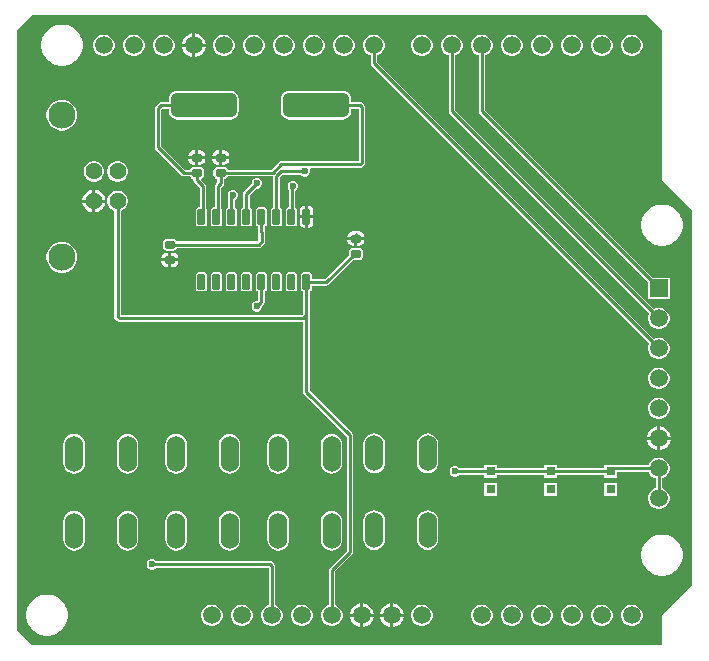
<source format=gtl>
G04*
G04 #@! TF.GenerationSoftware,Altium Limited,Altium Designer,21.6.1 (37)*
G04*
G04 Layer_Physical_Order=1*
G04 Layer_Color=15238730*
%FSLAX44Y44*%
%MOMM*%
G71*
G04*
G04 #@! TF.SameCoordinates,45D27BC1-988F-4E8A-9F01-A3EFFFD16F67*
G04*
G04*
G04 #@! TF.FilePolarity,Positive*
G04*
G01*
G75*
G04:AMPARAMS|DCode=16|XSize=0.7mm|YSize=0.9mm|CornerRadius=0.175mm|HoleSize=0mm|Usage=FLASHONLY|Rotation=270.000|XOffset=0mm|YOffset=0mm|HoleType=Round|Shape=RoundedRectangle|*
%AMROUNDEDRECTD16*
21,1,0.7000,0.5500,0,0,270.0*
21,1,0.3500,0.9000,0,0,270.0*
1,1,0.3500,-0.2750,-0.1750*
1,1,0.3500,-0.2750,0.1750*
1,1,0.3500,0.2750,0.1750*
1,1,0.3500,0.2750,-0.1750*
%
%ADD16ROUNDEDRECTD16*%
%ADD17R,0.8000X0.8000*%
G04:AMPARAMS|DCode=18|XSize=5.6mm|YSize=2.1mm|CornerRadius=0.525mm|HoleSize=0mm|Usage=FLASHONLY|Rotation=0.000|XOffset=0mm|YOffset=0mm|HoleType=Round|Shape=RoundedRectangle|*
%AMROUNDEDRECTD18*
21,1,5.6000,1.0500,0,0,0.0*
21,1,4.5500,2.1000,0,0,0.0*
1,1,1.0500,2.2750,-0.5250*
1,1,1.0500,-2.2750,-0.5250*
1,1,1.0500,-2.2750,0.5250*
1,1,1.0500,2.2750,0.5250*
%
%ADD18ROUNDEDRECTD18*%
G04:AMPARAMS|DCode=19|XSize=1.31mm|YSize=0.62mm|CornerRadius=0.0775mm|HoleSize=0mm|Usage=FLASHONLY|Rotation=270.000|XOffset=0mm|YOffset=0mm|HoleType=Round|Shape=RoundedRectangle|*
%AMROUNDEDRECTD19*
21,1,1.3100,0.4650,0,0,270.0*
21,1,1.1550,0.6200,0,0,270.0*
1,1,0.1550,-0.2325,-0.5775*
1,1,0.1550,-0.2325,0.5775*
1,1,0.1550,0.2325,0.5775*
1,1,0.1550,0.2325,-0.5775*
%
%ADD19ROUNDEDRECTD19*%
%ADD30C,0.2540*%
%ADD31C,1.5000*%
%ADD32C,2.3000*%
%ADD33C,1.4280*%
%ADD34O,1.5240X3.0480*%
%ADD35R,1.5000X1.5000*%
%ADD36C,0.6000*%
G36*
X614680Y520700D02*
Y393700D01*
X640080Y368300D01*
Y50800D01*
X614680Y25400D01*
Y0D01*
X81280D01*
X68580Y12700D01*
Y520700D01*
X81280Y533400D01*
X601980D01*
X614680Y520700D01*
D02*
G37*
%LPC*%
G36*
X108244Y525525D02*
X105116D01*
X104960Y525460D01*
X104795Y525493D01*
X101728Y524883D01*
X101587Y524789D01*
X101418D01*
X98529Y523592D01*
X98410Y523473D01*
X98244Y523440D01*
X95644Y521702D01*
X95550Y521562D01*
X95394Y521497D01*
X93183Y519286D01*
X93118Y519130D01*
X92978Y519036D01*
X91240Y516436D01*
X91207Y516270D01*
X91088Y516151D01*
X89891Y513262D01*
Y513093D01*
X89797Y512952D01*
X89187Y509885D01*
X89220Y509720D01*
X89155Y509563D01*
Y506436D01*
X89220Y506280D01*
X89187Y506115D01*
X89797Y503048D01*
X89891Y502907D01*
Y502738D01*
X91088Y499849D01*
X91207Y499730D01*
X91240Y499564D01*
X92978Y496964D01*
X93118Y496870D01*
X93183Y496714D01*
X95394Y494503D01*
X95550Y494438D01*
X95644Y494297D01*
X98244Y492560D01*
X98410Y492527D01*
X98529Y492408D01*
X101418Y491211D01*
X101587D01*
X101728Y491117D01*
X104795Y490507D01*
X104960Y490540D01*
X105116Y490475D01*
X108244D01*
X108400Y490540D01*
X108565Y490507D01*
X111632Y491117D01*
X111773Y491211D01*
X111942D01*
X114831Y492408D01*
X114950Y492527D01*
X115116Y492560D01*
X117716Y494297D01*
X117810Y494438D01*
X117966Y494503D01*
X120177Y496714D01*
X120242Y496870D01*
X120382Y496964D01*
X122120Y499564D01*
X122153Y499730D01*
X122272Y499849D01*
X123469Y502738D01*
Y502907D01*
X123563Y503048D01*
X124173Y506115D01*
X124140Y506280D01*
X124205Y506436D01*
Y509563D01*
X124140Y509720D01*
X124173Y509885D01*
X123563Y512952D01*
X123469Y513093D01*
Y513262D01*
X122272Y516151D01*
X122153Y516270D01*
X122120Y516436D01*
X120382Y519036D01*
X120242Y519130D01*
X120177Y519286D01*
X117966Y521497D01*
X117810Y521562D01*
X117716Y521702D01*
X115116Y523440D01*
X114950Y523473D01*
X114831Y523592D01*
X111942Y524789D01*
X111773D01*
X111632Y524883D01*
X108565Y525493D01*
X108400Y525460D01*
X108244Y525525D01*
D02*
G37*
G36*
X219762Y518040D02*
X219710D01*
Y509270D01*
X228480D01*
Y509322D01*
X227796Y511875D01*
X226474Y514165D01*
X224605Y516034D01*
X222315Y517356D01*
X219762Y518040D01*
D02*
G37*
G36*
X217170D02*
X217118D01*
X214565Y517356D01*
X212275Y516034D01*
X210406Y514165D01*
X209084Y511875D01*
X208400Y509322D01*
Y509270D01*
X217170D01*
Y518040D01*
D02*
G37*
G36*
X590468Y517024D02*
X588092D01*
X585797Y516409D01*
X583739Y515221D01*
X582059Y513541D01*
X580871Y511483D01*
X580256Y509188D01*
Y506812D01*
X580871Y504517D01*
X582059Y502459D01*
X583739Y500779D01*
X585797Y499591D01*
X588092Y498976D01*
X590468D01*
X592763Y499591D01*
X594821Y500779D01*
X596501Y502459D01*
X597689Y504517D01*
X598304Y506812D01*
Y509188D01*
X597689Y511483D01*
X596501Y513541D01*
X594821Y515221D01*
X592763Y516409D01*
X590468Y517024D01*
D02*
G37*
G36*
X565068D02*
X562692D01*
X560397Y516409D01*
X558339Y515221D01*
X556659Y513541D01*
X555471Y511483D01*
X554856Y509188D01*
Y506812D01*
X555471Y504517D01*
X556659Y502459D01*
X558339Y500779D01*
X560397Y499591D01*
X562692Y498976D01*
X565068D01*
X567363Y499591D01*
X569421Y500779D01*
X571101Y502459D01*
X572289Y504517D01*
X572904Y506812D01*
Y509188D01*
X572289Y511483D01*
X571101Y513541D01*
X569421Y515221D01*
X567363Y516409D01*
X565068Y517024D01*
D02*
G37*
G36*
X539668D02*
X537292D01*
X534997Y516409D01*
X532939Y515221D01*
X531259Y513541D01*
X530071Y511483D01*
X529456Y509188D01*
Y506812D01*
X530071Y504517D01*
X531259Y502459D01*
X532939Y500779D01*
X534997Y499591D01*
X537292Y498976D01*
X539668D01*
X541963Y499591D01*
X544021Y500779D01*
X545701Y502459D01*
X546889Y504517D01*
X547504Y506812D01*
Y509188D01*
X546889Y511483D01*
X545701Y513541D01*
X544021Y515221D01*
X541963Y516409D01*
X539668Y517024D01*
D02*
G37*
G36*
X514268D02*
X511892D01*
X509597Y516409D01*
X507539Y515221D01*
X505859Y513541D01*
X504671Y511483D01*
X504056Y509188D01*
Y506812D01*
X504671Y504517D01*
X505859Y502459D01*
X507539Y500779D01*
X509597Y499591D01*
X511892Y498976D01*
X514268D01*
X516563Y499591D01*
X518621Y500779D01*
X520301Y502459D01*
X521489Y504517D01*
X522104Y506812D01*
Y509188D01*
X521489Y511483D01*
X520301Y513541D01*
X518621Y515221D01*
X516563Y516409D01*
X514268Y517024D01*
D02*
G37*
G36*
X488868D02*
X486492D01*
X484197Y516409D01*
X482139Y515221D01*
X480459Y513541D01*
X479271Y511483D01*
X478656Y509188D01*
Y506812D01*
X479271Y504517D01*
X480459Y502459D01*
X482139Y500779D01*
X484197Y499591D01*
X486492Y498976D01*
X488868D01*
X491163Y499591D01*
X493221Y500779D01*
X494901Y502459D01*
X496089Y504517D01*
X496704Y506812D01*
Y509188D01*
X496089Y511483D01*
X494901Y513541D01*
X493221Y515221D01*
X491163Y516409D01*
X488868Y517024D01*
D02*
G37*
G36*
X412668D02*
X410292D01*
X407997Y516409D01*
X405939Y515221D01*
X404259Y513541D01*
X403071Y511483D01*
X402456Y509188D01*
Y506812D01*
X403071Y504517D01*
X404259Y502459D01*
X405939Y500779D01*
X407997Y499591D01*
X410292Y498976D01*
X412668D01*
X414963Y499591D01*
X417021Y500779D01*
X418701Y502459D01*
X419889Y504517D01*
X420504Y506812D01*
Y509188D01*
X419889Y511483D01*
X418701Y513541D01*
X417021Y515221D01*
X414963Y516409D01*
X412668Y517024D01*
D02*
G37*
G36*
X346628D02*
X344252D01*
X341957Y516409D01*
X339899Y515221D01*
X338219Y513541D01*
X337031Y511483D01*
X336416Y509188D01*
Y506812D01*
X337031Y504517D01*
X338219Y502459D01*
X339899Y500779D01*
X341957Y499591D01*
X344252Y498976D01*
X346628D01*
X348923Y499591D01*
X350981Y500779D01*
X352661Y502459D01*
X353849Y504517D01*
X354464Y506812D01*
Y509188D01*
X353849Y511483D01*
X352661Y513541D01*
X350981Y515221D01*
X348923Y516409D01*
X346628Y517024D01*
D02*
G37*
G36*
X321228D02*
X318852D01*
X316557Y516409D01*
X314499Y515221D01*
X312819Y513541D01*
X311631Y511483D01*
X311016Y509188D01*
Y506812D01*
X311631Y504517D01*
X312819Y502459D01*
X314499Y500779D01*
X316557Y499591D01*
X318852Y498976D01*
X321228D01*
X323523Y499591D01*
X325581Y500779D01*
X327261Y502459D01*
X328449Y504517D01*
X329064Y506812D01*
Y509188D01*
X328449Y511483D01*
X327261Y513541D01*
X325581Y515221D01*
X323523Y516409D01*
X321228Y517024D01*
D02*
G37*
G36*
X295828D02*
X293452D01*
X291157Y516409D01*
X289099Y515221D01*
X287419Y513541D01*
X286231Y511483D01*
X285616Y509188D01*
Y506812D01*
X286231Y504517D01*
X287419Y502459D01*
X289099Y500779D01*
X291157Y499591D01*
X293452Y498976D01*
X295828D01*
X298123Y499591D01*
X300181Y500779D01*
X301861Y502459D01*
X303049Y504517D01*
X303664Y506812D01*
Y509188D01*
X303049Y511483D01*
X301861Y513541D01*
X300181Y515221D01*
X298123Y516409D01*
X295828Y517024D01*
D02*
G37*
G36*
X270428D02*
X268052D01*
X265757Y516409D01*
X263699Y515221D01*
X262019Y513541D01*
X260831Y511483D01*
X260216Y509188D01*
Y506812D01*
X260831Y504517D01*
X262019Y502459D01*
X263699Y500779D01*
X265757Y499591D01*
X268052Y498976D01*
X270428D01*
X272723Y499591D01*
X274781Y500779D01*
X276461Y502459D01*
X277649Y504517D01*
X278264Y506812D01*
Y509188D01*
X277649Y511483D01*
X276461Y513541D01*
X274781Y515221D01*
X272723Y516409D01*
X270428Y517024D01*
D02*
G37*
G36*
X245028D02*
X242652D01*
X240357Y516409D01*
X238299Y515221D01*
X236619Y513541D01*
X235431Y511483D01*
X234816Y509188D01*
Y506812D01*
X235431Y504517D01*
X236619Y502459D01*
X238299Y500779D01*
X240357Y499591D01*
X242652Y498976D01*
X245028D01*
X247323Y499591D01*
X249381Y500779D01*
X251061Y502459D01*
X252249Y504517D01*
X252864Y506812D01*
Y509188D01*
X252249Y511483D01*
X251061Y513541D01*
X249381Y515221D01*
X247323Y516409D01*
X245028Y517024D01*
D02*
G37*
G36*
X194228D02*
X191852D01*
X189557Y516409D01*
X187499Y515221D01*
X185819Y513541D01*
X184631Y511483D01*
X184016Y509188D01*
Y506812D01*
X184631Y504517D01*
X185819Y502459D01*
X187499Y500779D01*
X189557Y499591D01*
X191852Y498976D01*
X194228D01*
X196523Y499591D01*
X198581Y500779D01*
X200261Y502459D01*
X201449Y504517D01*
X202064Y506812D01*
Y509188D01*
X201449Y511483D01*
X200261Y513541D01*
X198581Y515221D01*
X196523Y516409D01*
X194228Y517024D01*
D02*
G37*
G36*
X168828D02*
X166452D01*
X164157Y516409D01*
X162099Y515221D01*
X160419Y513541D01*
X159231Y511483D01*
X158616Y509188D01*
Y506812D01*
X159231Y504517D01*
X160419Y502459D01*
X162099Y500779D01*
X164157Y499591D01*
X166452Y498976D01*
X168828D01*
X171123Y499591D01*
X173181Y500779D01*
X174861Y502459D01*
X176049Y504517D01*
X176664Y506812D01*
Y509188D01*
X176049Y511483D01*
X174861Y513541D01*
X173181Y515221D01*
X171123Y516409D01*
X168828Y517024D01*
D02*
G37*
G36*
X143428D02*
X141052D01*
X138757Y516409D01*
X136699Y515221D01*
X135019Y513541D01*
X133831Y511483D01*
X133216Y509188D01*
Y506812D01*
X133831Y504517D01*
X135019Y502459D01*
X136699Y500779D01*
X138757Y499591D01*
X141052Y498976D01*
X143428D01*
X145723Y499591D01*
X147781Y500779D01*
X149461Y502459D01*
X150649Y504517D01*
X151264Y506812D01*
Y509188D01*
X150649Y511483D01*
X149461Y513541D01*
X147781Y515221D01*
X145723Y516409D01*
X143428Y517024D01*
D02*
G37*
G36*
X228480Y506730D02*
X219710D01*
Y497960D01*
X219762D01*
X222315Y498644D01*
X224605Y499966D01*
X226474Y501835D01*
X227796Y504125D01*
X228480Y506678D01*
Y506730D01*
D02*
G37*
G36*
X217170D02*
X208400D01*
Y506678D01*
X209084Y504125D01*
X210406Y501835D01*
X212275Y499966D01*
X214565Y498644D01*
X217118Y497960D01*
X217170D01*
Y506730D01*
D02*
G37*
G36*
X249570Y469282D02*
X204070D01*
X202302Y469050D01*
X200654Y468367D01*
X199239Y467281D01*
X198153Y465866D01*
X197470Y464218D01*
X197238Y462450D01*
Y460049D01*
X190500D01*
X189410Y459832D01*
X188486Y459214D01*
X188486Y459214D01*
X185946Y456674D01*
X185328Y455750D01*
X185111Y454660D01*
X185111Y454660D01*
Y421640D01*
X185111Y421640D01*
X185328Y420550D01*
X185946Y419626D01*
X207686Y397886D01*
X207686Y397886D01*
X208610Y397268D01*
X209700Y397051D01*
X209700Y397051D01*
X214934D01*
X214970Y396873D01*
X215694Y395790D01*
X216777Y395066D01*
X217349Y394952D01*
X217955Y393876D01*
X218172Y392786D01*
X218790Y391862D01*
X223211Y387440D01*
Y370899D01*
X222465D01*
X221568Y370721D01*
X220807Y370213D01*
X220299Y369452D01*
X220121Y368555D01*
Y357005D01*
X220299Y356108D01*
X220807Y355348D01*
X221568Y354839D01*
X222465Y354661D01*
X227115D01*
X228012Y354839D01*
X228773Y355348D01*
X229281Y356108D01*
X229459Y357005D01*
Y368555D01*
X229281Y369452D01*
X228909Y370009D01*
Y388620D01*
X228692Y389710D01*
X228074Y390634D01*
X228074Y390634D01*
X224838Y393871D01*
X225196Y395309D01*
X225914Y395790D01*
X226638Y396873D01*
X226892Y398150D01*
Y401650D01*
X226638Y402927D01*
X225914Y404010D01*
X224831Y404734D01*
X223554Y404988D01*
X218054D01*
X216777Y404734D01*
X215694Y404010D01*
X214970Y402927D01*
X214934Y402749D01*
X210880D01*
X190809Y422820D01*
Y453480D01*
X191680Y454351D01*
X197238D01*
Y451950D01*
X197470Y450182D01*
X198153Y448534D01*
X199239Y447119D01*
X200654Y446033D01*
X202302Y445350D01*
X204070Y445118D01*
X249570D01*
X251338Y445350D01*
X252986Y446033D01*
X254401Y447119D01*
X255487Y448534D01*
X256170Y450182D01*
X256402Y451950D01*
Y462450D01*
X256170Y464218D01*
X255487Y465866D01*
X254401Y467281D01*
X252986Y468367D01*
X251338Y469050D01*
X249570Y469282D01*
D02*
G37*
G36*
X108395Y461844D02*
X104965D01*
X101653Y460956D01*
X98683Y459242D01*
X96258Y456817D01*
X94544Y453847D01*
X93656Y450535D01*
Y447105D01*
X94544Y443793D01*
X96258Y440823D01*
X98683Y438398D01*
X101653Y436684D01*
X104965Y435796D01*
X108395D01*
X111707Y436684D01*
X114677Y438398D01*
X117102Y440823D01*
X118816Y443793D01*
X119704Y447105D01*
Y450535D01*
X118816Y453847D01*
X117102Y456817D01*
X114677Y459242D01*
X111707Y460956D01*
X108395Y461844D01*
D02*
G37*
G36*
X243874Y419024D02*
X242394D01*
Y414170D01*
X248248D01*
Y414650D01*
X247915Y416324D01*
X246967Y417743D01*
X245548Y418691D01*
X243874Y419024D01*
D02*
G37*
G36*
X223554D02*
X222074D01*
Y414170D01*
X227928D01*
Y414650D01*
X227595Y416324D01*
X226647Y417743D01*
X225228Y418691D01*
X223554Y419024D01*
D02*
G37*
G36*
X239854D02*
X238374D01*
X236700Y418691D01*
X235281Y417743D01*
X234333Y416324D01*
X234000Y414650D01*
Y414170D01*
X239854D01*
Y419024D01*
D02*
G37*
G36*
X219534D02*
X218054D01*
X216380Y418691D01*
X214961Y417743D01*
X214013Y416324D01*
X213680Y414650D01*
Y414170D01*
X219534D01*
Y419024D01*
D02*
G37*
G36*
X248248Y411630D02*
X242394D01*
Y406776D01*
X243874D01*
X245548Y407109D01*
X246967Y408057D01*
X247915Y409476D01*
X248248Y411150D01*
Y411630D01*
D02*
G37*
G36*
X239854D02*
X234000D01*
Y411150D01*
X234333Y409476D01*
X235281Y408057D01*
X236700Y407109D01*
X238374Y406776D01*
X239854D01*
Y411630D01*
D02*
G37*
G36*
X227928D02*
X222074D01*
Y406776D01*
X223554D01*
X225228Y407109D01*
X226647Y408057D01*
X227595Y409476D01*
X227928Y411150D01*
Y411630D01*
D02*
G37*
G36*
X219534D02*
X213680D01*
Y411150D01*
X214013Y409476D01*
X214961Y408057D01*
X216380Y407109D01*
X218054Y406776D01*
X219534D01*
Y411630D01*
D02*
G37*
G36*
X344570Y469282D02*
X299070D01*
X297302Y469050D01*
X295654Y468367D01*
X294239Y467281D01*
X293153Y465866D01*
X292470Y464218D01*
X292238Y462450D01*
Y451950D01*
X292470Y450182D01*
X293153Y448534D01*
X294239Y447119D01*
X295654Y446033D01*
X297302Y445350D01*
X299070Y445118D01*
X344570D01*
X346338Y445350D01*
X347986Y446033D01*
X349401Y447119D01*
X350487Y448534D01*
X351170Y450182D01*
X351402Y451950D01*
Y454351D01*
X357831D01*
Y409963D01*
X292365D01*
X291274Y409746D01*
X290350Y409128D01*
X290350Y409128D01*
X283971Y402749D01*
X246994D01*
X246958Y402927D01*
X246234Y404010D01*
X245151Y404734D01*
X243874Y404988D01*
X238374D01*
X237097Y404734D01*
X236014Y404010D01*
X235290Y402927D01*
X235036Y401650D01*
Y398150D01*
X235290Y396873D01*
X236014Y395790D01*
X237097Y395066D01*
X238275Y394832D01*
Y392164D01*
X236746Y390634D01*
X236128Y389710D01*
X235911Y388620D01*
X235911Y388620D01*
Y370899D01*
X235165D01*
X234268Y370721D01*
X233507Y370213D01*
X232999Y369452D01*
X232821Y368555D01*
Y357005D01*
X232999Y356108D01*
X233507Y355348D01*
X234268Y354839D01*
X235165Y354661D01*
X239815D01*
X240712Y354839D01*
X241472Y355348D01*
X241981Y356108D01*
X242159Y357005D01*
Y368555D01*
X241981Y369452D01*
X241609Y370009D01*
Y387440D01*
X243138Y388970D01*
X243138Y388970D01*
X243756Y389894D01*
X243973Y390984D01*
X243973Y390984D01*
Y394832D01*
X245151Y395066D01*
X246234Y395790D01*
X246958Y396873D01*
X246994Y397051D01*
X285150D01*
X285151Y397051D01*
X285441Y396813D01*
Y370795D01*
X285068Y370721D01*
X284307Y370213D01*
X283799Y369452D01*
X283621Y368555D01*
Y357005D01*
X283799Y356108D01*
X284307Y355348D01*
X285068Y354839D01*
X285965Y354661D01*
X290615D01*
X291512Y354839D01*
X292272Y355348D01*
X292781Y356108D01*
X292959Y357005D01*
Y368555D01*
X292781Y369452D01*
X292272Y370213D01*
X291512Y370721D01*
X291139Y370795D01*
Y396112D01*
X293498Y398471D01*
X308871D01*
X309857Y397485D01*
X311520Y396796D01*
X313320D01*
X314983Y397485D01*
X316255Y398757D01*
X316944Y400420D01*
Y402220D01*
X316623Y402995D01*
X317471Y404265D01*
X359192D01*
X359192Y404265D01*
X360282Y404482D01*
X361207Y405100D01*
X362694Y406587D01*
X362694Y406587D01*
X363312Y407512D01*
X363529Y408602D01*
Y455712D01*
X363312Y456802D01*
X362694Y457727D01*
X362694Y457727D01*
X361207Y459214D01*
X360282Y459832D01*
X359192Y460049D01*
X359192Y460049D01*
X351402D01*
Y462450D01*
X351170Y464218D01*
X350487Y465866D01*
X349401Y467281D01*
X347986Y468367D01*
X346338Y469050D01*
X344570Y469282D01*
D02*
G37*
G36*
X154921Y409784D02*
X152639D01*
X150436Y409193D01*
X148460Y408053D01*
X146847Y406440D01*
X145707Y404464D01*
X145116Y402261D01*
Y399979D01*
X145707Y397776D01*
X146847Y395800D01*
X148460Y394187D01*
X150436Y393046D01*
X152639Y392456D01*
X154921D01*
X157124Y393046D01*
X159100Y394187D01*
X160713Y395800D01*
X161854Y397776D01*
X162444Y399979D01*
Y402261D01*
X161854Y404464D01*
X160713Y406440D01*
X159100Y408053D01*
X157124Y409193D01*
X154921Y409784D01*
D02*
G37*
G36*
X134921D02*
X132639D01*
X130436Y409193D01*
X128460Y408053D01*
X126847Y406440D01*
X125707Y404464D01*
X125116Y402261D01*
Y399979D01*
X125707Y397776D01*
X126847Y395800D01*
X128460Y394187D01*
X130436Y393046D01*
X132639Y392456D01*
X134921D01*
X137124Y393046D01*
X139100Y394187D01*
X140713Y395800D01*
X141854Y397776D01*
X142444Y399979D01*
Y402261D01*
X141854Y404464D01*
X140713Y406440D01*
X139100Y408053D01*
X137124Y409193D01*
X134921Y409784D01*
D02*
G37*
G36*
X135054Y385800D02*
X135050D01*
Y377390D01*
X143460D01*
Y377394D01*
X142800Y379856D01*
X141526Y382064D01*
X139724Y383866D01*
X137516Y385140D01*
X135054Y385800D01*
D02*
G37*
G36*
X132510D02*
X132506D01*
X130044Y385140D01*
X127836Y383866D01*
X126034Y382064D01*
X124760Y379856D01*
X124100Y377394D01*
Y377390D01*
X132510D01*
Y385800D01*
D02*
G37*
G36*
X616244Y373125D02*
X613116D01*
X612960Y373060D01*
X612795Y373093D01*
X609728Y372483D01*
X609587Y372389D01*
X609418D01*
X606529Y371192D01*
X606410Y371073D01*
X606244Y371040D01*
X603644Y369302D01*
X603550Y369162D01*
X603394Y369097D01*
X601183Y366886D01*
X601118Y366730D01*
X600978Y366636D01*
X599240Y364036D01*
X599207Y363870D01*
X599088Y363751D01*
X597891Y360862D01*
Y360693D01*
X597797Y360552D01*
X597187Y357485D01*
X597220Y357320D01*
X597155Y357164D01*
Y354036D01*
X597220Y353880D01*
X597187Y353715D01*
X597797Y350648D01*
X597891Y350507D01*
Y350338D01*
X599088Y347449D01*
X599207Y347330D01*
X599240Y347164D01*
X600978Y344564D01*
X601118Y344470D01*
X601183Y344314D01*
X603394Y342103D01*
X603550Y342038D01*
X603644Y341898D01*
X606244Y340160D01*
X606410Y340127D01*
X606529Y340008D01*
X609418Y338811D01*
X609587D01*
X609728Y338717D01*
X612795Y338107D01*
X612960Y338140D01*
X613116Y338075D01*
X616244D01*
X616400Y338140D01*
X616565Y338107D01*
X619632Y338717D01*
X619773Y338811D01*
X619942D01*
X622831Y340008D01*
X622950Y340127D01*
X623116Y340160D01*
X625716Y341898D01*
X625810Y342038D01*
X625966Y342103D01*
X628177Y344314D01*
X628242Y344470D01*
X628382Y344564D01*
X630120Y347164D01*
X630153Y347330D01*
X630272Y347449D01*
X631469Y350338D01*
Y350507D01*
X631563Y350648D01*
X632173Y353715D01*
X632140Y353880D01*
X632205Y354036D01*
Y357164D01*
X632140Y357320D01*
X632173Y357485D01*
X631563Y360552D01*
X631469Y360693D01*
Y360862D01*
X630272Y363751D01*
X630153Y363870D01*
X630120Y364036D01*
X628382Y366636D01*
X628242Y366730D01*
X628177Y366886D01*
X625966Y369097D01*
X625810Y369162D01*
X625716Y369302D01*
X623116Y371040D01*
X622950Y371073D01*
X622831Y371192D01*
X619942Y372389D01*
X619773D01*
X619632Y372483D01*
X616565Y373093D01*
X616400Y373060D01*
X616244Y373125D01*
D02*
G37*
G36*
X143460Y374850D02*
X135050D01*
Y366440D01*
X135054D01*
X137516Y367100D01*
X139724Y368374D01*
X141526Y370176D01*
X142800Y372384D01*
X143460Y374846D01*
Y374850D01*
D02*
G37*
G36*
X132510D02*
X124100D01*
Y374846D01*
X124760Y372384D01*
X126034Y370176D01*
X127836Y368374D01*
X130044Y367100D01*
X132506Y366440D01*
X132510D01*
Y374850D01*
D02*
G37*
G36*
X316015Y371935D02*
X314960D01*
Y364050D01*
X319395D01*
Y368555D01*
X319138Y369848D01*
X318405Y370945D01*
X317308Y371678D01*
X316015Y371935D01*
D02*
G37*
G36*
X312420D02*
X311365D01*
X310072Y371678D01*
X308975Y370945D01*
X308242Y369848D01*
X307985Y368555D01*
Y364050D01*
X312420D01*
Y371935D01*
D02*
G37*
G36*
X303160Y393144D02*
X301360D01*
X299697Y392455D01*
X298425Y391183D01*
X297736Y389520D01*
Y387720D01*
X298425Y386057D01*
X298776Y385706D01*
Y370899D01*
X298665D01*
X297768Y370721D01*
X297008Y370213D01*
X296499Y369452D01*
X296321Y368555D01*
Y357005D01*
X296499Y356108D01*
X297008Y355348D01*
X297768Y354839D01*
X298665Y354661D01*
X303315D01*
X304212Y354839D01*
X304972Y355348D01*
X305481Y356108D01*
X305659Y357005D01*
Y368555D01*
X305481Y369452D01*
X304972Y370213D01*
X304474Y370546D01*
Y384640D01*
X304823Y384785D01*
X306095Y386057D01*
X306784Y387720D01*
Y389520D01*
X306095Y391183D01*
X304823Y392455D01*
X303160Y393144D01*
D02*
G37*
G36*
X272680Y395684D02*
X270880D01*
X269217Y394995D01*
X267945Y393723D01*
X267256Y392060D01*
Y390665D01*
X260876Y384284D01*
X260258Y383360D01*
X260041Y382270D01*
X260041Y382270D01*
Y370795D01*
X259668Y370721D01*
X258908Y370213D01*
X258399Y369452D01*
X258221Y368555D01*
Y357005D01*
X258399Y356108D01*
X258908Y355348D01*
X259668Y354839D01*
X260565Y354661D01*
X265215D01*
X266112Y354839D01*
X266873Y355348D01*
X267381Y356108D01*
X267559Y357005D01*
Y368555D01*
X267381Y369452D01*
X266873Y370213D01*
X266112Y370721D01*
X265739Y370795D01*
Y381090D01*
X271285Y386636D01*
X272680D01*
X274343Y387325D01*
X275615Y388597D01*
X276304Y390260D01*
Y392060D01*
X275615Y393723D01*
X274343Y394995D01*
X272680Y395684D01*
D02*
G37*
G36*
X252360Y385524D02*
X250560D01*
X248897Y384835D01*
X247625Y383563D01*
X246936Y381900D01*
Y380100D01*
X247385Y379015D01*
X247341Y378794D01*
X247341Y378794D01*
Y370795D01*
X246968Y370721D01*
X246208Y370213D01*
X245699Y369452D01*
X245521Y368555D01*
Y357005D01*
X245699Y356108D01*
X246208Y355348D01*
X246968Y354839D01*
X247865Y354661D01*
X252515D01*
X253412Y354839D01*
X254172Y355348D01*
X254681Y356108D01*
X254859Y357005D01*
Y368555D01*
X254681Y369452D01*
X254172Y370213D01*
X253412Y370721D01*
X253039Y370795D01*
Y376757D01*
X254023Y377165D01*
X255295Y378437D01*
X255984Y380100D01*
Y381900D01*
X255295Y383563D01*
X254023Y384835D01*
X252360Y385524D01*
D02*
G37*
G36*
X319395Y361510D02*
X314960D01*
Y353625D01*
X316015D01*
X317308Y353882D01*
X318405Y354615D01*
X319138Y355712D01*
X319395Y357005D01*
Y361510D01*
D02*
G37*
G36*
X312420D02*
X307985D01*
Y357005D01*
X308242Y355712D01*
X308975Y354615D01*
X310072Y353882D01*
X311365Y353625D01*
X312420D01*
Y361510D01*
D02*
G37*
G36*
X355600Y350829D02*
X354510Y350612D01*
X354258Y350444D01*
X352850D01*
X351176Y350111D01*
X349757Y349163D01*
X348809Y347744D01*
X348476Y346070D01*
Y345590D01*
X355600D01*
X362724D01*
Y346070D01*
X362391Y347744D01*
X361443Y349163D01*
X360024Y350111D01*
X358350Y350444D01*
X356941D01*
X356690Y350612D01*
X355600Y350829D01*
D02*
G37*
G36*
X277915Y370899D02*
X273265D01*
X272368Y370721D01*
X271607Y370213D01*
X271099Y369452D01*
X270921Y368555D01*
Y357005D01*
X271099Y356108D01*
X271607Y355348D01*
X272368Y354839D01*
X272741Y354765D01*
Y349783D01*
X272741Y349783D01*
X272958Y348693D01*
X272959Y348691D01*
Y343028D01*
X272020Y342089D01*
X203990D01*
X203954Y342267D01*
X203230Y343350D01*
X202147Y344074D01*
X200870Y344328D01*
X195370D01*
X194093Y344074D01*
X193010Y343350D01*
X192286Y342267D01*
X192032Y340990D01*
Y337490D01*
X192286Y336213D01*
X193010Y335130D01*
X194093Y334406D01*
X195370Y334152D01*
X200870D01*
X202147Y334406D01*
X203230Y335130D01*
X203954Y336213D01*
X203990Y336391D01*
X273200D01*
X273200Y336391D01*
X274290Y336608D01*
X275214Y337226D01*
X277822Y339833D01*
X277822Y339833D01*
X278440Y340758D01*
X278657Y341848D01*
X278657Y341848D01*
Y349565D01*
X278657Y349565D01*
X278440Y350655D01*
X278439Y350657D01*
Y354765D01*
X278812Y354839D01*
X279573Y355348D01*
X280081Y356108D01*
X280259Y357005D01*
Y368555D01*
X280081Y369452D01*
X279573Y370213D01*
X278812Y370721D01*
X277915Y370899D01*
D02*
G37*
G36*
X362724Y343050D02*
X356870D01*
Y338196D01*
X358350D01*
X360024Y338529D01*
X361443Y339477D01*
X362391Y340896D01*
X362724Y342570D01*
Y343050D01*
D02*
G37*
G36*
X354330D02*
X348476D01*
Y342570D01*
X348809Y340896D01*
X349757Y339477D01*
X351176Y338529D01*
X352850Y338196D01*
X354330D01*
Y343050D01*
D02*
G37*
G36*
X200870Y332364D02*
X199390D01*
Y327510D01*
X205244D01*
Y327990D01*
X204911Y329664D01*
X203963Y331083D01*
X202544Y332031D01*
X200870Y332364D01*
D02*
G37*
G36*
X196850D02*
X195370D01*
X193696Y332031D01*
X192277Y331083D01*
X191329Y329664D01*
X190996Y327990D01*
Y327510D01*
X196850D01*
Y332364D01*
D02*
G37*
G36*
X205244Y324970D02*
X199390D01*
Y320116D01*
X200870D01*
X202544Y320449D01*
X203963Y321397D01*
X204911Y322816D01*
X205244Y324490D01*
Y324970D01*
D02*
G37*
G36*
X196850D02*
X190996D01*
Y324490D01*
X191329Y322816D01*
X192277Y321397D01*
X193696Y320449D01*
X195370Y320116D01*
X196850D01*
Y324970D01*
D02*
G37*
G36*
X108395Y341444D02*
X104965D01*
X101653Y340556D01*
X98683Y338842D01*
X96258Y336417D01*
X94544Y333447D01*
X93656Y330135D01*
Y326705D01*
X94544Y323393D01*
X96258Y320423D01*
X98683Y317998D01*
X101653Y316283D01*
X104965Y315396D01*
X108395D01*
X111707Y316283D01*
X114677Y317998D01*
X117102Y320423D01*
X118816Y323393D01*
X119704Y326705D01*
Y330135D01*
X118816Y333447D01*
X117102Y336417D01*
X114677Y338842D01*
X111707Y340556D01*
X108395Y341444D01*
D02*
G37*
G36*
X154921Y384784D02*
X152639D01*
X150436Y384193D01*
X148460Y383053D01*
X146847Y381440D01*
X145707Y379464D01*
X145116Y377261D01*
Y374979D01*
X145707Y372776D01*
X146847Y370800D01*
X148460Y369187D01*
X150436Y368046D01*
X150931Y367914D01*
Y278348D01*
X150931Y278348D01*
X151148Y277258D01*
X151766Y276334D01*
X153253Y274846D01*
X153253Y274846D01*
X154178Y274228D01*
X155268Y274011D01*
X310841D01*
Y214630D01*
X310841Y214630D01*
X311058Y213540D01*
X311676Y212616D01*
X347671Y176620D01*
Y80207D01*
X333266Y65801D01*
X332648Y64877D01*
X332431Y63787D01*
X332431Y63787D01*
Y33979D01*
X331797Y33809D01*
X329739Y32621D01*
X328059Y30941D01*
X326871Y28883D01*
X326256Y26588D01*
Y24212D01*
X326871Y21917D01*
X328059Y19859D01*
X329739Y18179D01*
X331797Y16991D01*
X334092Y16376D01*
X336468D01*
X338763Y16991D01*
X340821Y18179D01*
X342501Y19859D01*
X343689Y21917D01*
X344304Y24212D01*
Y26588D01*
X343689Y28883D01*
X342501Y30941D01*
X340821Y32621D01*
X338763Y33809D01*
X338129Y33979D01*
Y62607D01*
X352534Y77012D01*
X352534Y77012D01*
X353152Y77937D01*
X353369Y79027D01*
X353369Y79027D01*
Y177800D01*
X353369Y177800D01*
X353152Y178890D01*
X352534Y179814D01*
X352534Y179814D01*
X316539Y215810D01*
Y279400D01*
Y299765D01*
X316912Y299839D01*
X317673Y300347D01*
X318181Y301108D01*
X318359Y302005D01*
Y304491D01*
X330620D01*
X330620Y304491D01*
X331710Y304708D01*
X332634Y305326D01*
X353540Y326232D01*
X358350D01*
X359627Y326486D01*
X360710Y327210D01*
X361434Y328293D01*
X361688Y329570D01*
Y333070D01*
X361434Y334347D01*
X360710Y335430D01*
X359627Y336154D01*
X358350Y336408D01*
X352850D01*
X351572Y336154D01*
X350490Y335430D01*
X349766Y334347D01*
X349512Y333070D01*
Y330261D01*
X329440Y310189D01*
X318359D01*
Y313555D01*
X318181Y314452D01*
X317673Y315212D01*
X316912Y315721D01*
X316015Y315899D01*
X311365D01*
X310468Y315721D01*
X309708Y315212D01*
X309199Y314452D01*
X309021Y313555D01*
Y302005D01*
X309199Y301108D01*
X309708Y300347D01*
X310468Y299839D01*
X310841Y299765D01*
Y280580D01*
X309970Y279709D01*
X156629D01*
Y367914D01*
X157124Y368046D01*
X159100Y369187D01*
X160713Y370800D01*
X161854Y372776D01*
X162444Y374979D01*
Y377261D01*
X161854Y379464D01*
X160713Y381440D01*
X159100Y383053D01*
X157124Y384193D01*
X154921Y384784D01*
D02*
G37*
G36*
X303315Y315899D02*
X298665D01*
X297768Y315721D01*
X297008Y315212D01*
X296499Y314452D01*
X296321Y313555D01*
Y302005D01*
X296499Y301108D01*
X297008Y300347D01*
X297768Y299839D01*
X298665Y299661D01*
X303315D01*
X304212Y299839D01*
X304972Y300347D01*
X305481Y301108D01*
X305659Y302005D01*
Y313555D01*
X305481Y314452D01*
X304972Y315212D01*
X304212Y315721D01*
X303315Y315899D01*
D02*
G37*
G36*
X290615D02*
X285965D01*
X285068Y315721D01*
X284307Y315212D01*
X283799Y314452D01*
X283621Y313555D01*
Y302005D01*
X283799Y301108D01*
X284307Y300347D01*
X285068Y299839D01*
X285965Y299661D01*
X290615D01*
X291512Y299839D01*
X292272Y300347D01*
X292781Y301108D01*
X292959Y302005D01*
Y313555D01*
X292781Y314452D01*
X292272Y315212D01*
X291512Y315721D01*
X290615Y315899D01*
D02*
G37*
G36*
X265215D02*
X260565D01*
X259668Y315721D01*
X258908Y315212D01*
X258399Y314452D01*
X258221Y313555D01*
Y302005D01*
X258399Y301108D01*
X258908Y300347D01*
X259668Y299839D01*
X260565Y299661D01*
X265215D01*
X266112Y299839D01*
X266873Y300347D01*
X267381Y301108D01*
X267559Y302005D01*
Y313555D01*
X267381Y314452D01*
X266873Y315212D01*
X266112Y315721D01*
X265215Y315899D01*
D02*
G37*
G36*
X252515D02*
X247865D01*
X246968Y315721D01*
X246208Y315212D01*
X245699Y314452D01*
X245521Y313555D01*
Y302005D01*
X245699Y301108D01*
X246208Y300347D01*
X246968Y299839D01*
X247865Y299661D01*
X252515D01*
X253412Y299839D01*
X254172Y300347D01*
X254681Y301108D01*
X254859Y302005D01*
Y313555D01*
X254681Y314452D01*
X254172Y315212D01*
X253412Y315721D01*
X252515Y315899D01*
D02*
G37*
G36*
X239815D02*
X235165D01*
X234268Y315721D01*
X233507Y315212D01*
X232999Y314452D01*
X232821Y313555D01*
Y302005D01*
X232999Y301108D01*
X233507Y300347D01*
X234268Y299839D01*
X235165Y299661D01*
X239815D01*
X240712Y299839D01*
X241472Y300347D01*
X241981Y301108D01*
X242159Y302005D01*
Y313555D01*
X241981Y314452D01*
X241472Y315212D01*
X240712Y315721D01*
X239815Y315899D01*
D02*
G37*
G36*
X227115D02*
X222465D01*
X221568Y315721D01*
X220807Y315212D01*
X220299Y314452D01*
X220121Y313555D01*
Y302005D01*
X220299Y301108D01*
X220807Y300347D01*
X221568Y299839D01*
X222465Y299661D01*
X227115D01*
X228012Y299839D01*
X228773Y300347D01*
X229281Y301108D01*
X229459Y302005D01*
Y313555D01*
X229281Y314452D01*
X228773Y315212D01*
X228012Y315721D01*
X227115Y315899D01*
D02*
G37*
G36*
X463468Y517024D02*
X461092D01*
X458797Y516409D01*
X456739Y515221D01*
X455059Y513541D01*
X453871Y511483D01*
X453256Y509188D01*
Y506812D01*
X453871Y504517D01*
X455059Y502459D01*
X456739Y500779D01*
X458797Y499591D01*
X459431Y499421D01*
Y452120D01*
X459431Y452120D01*
X459648Y451030D01*
X460266Y450106D01*
X603116Y307255D01*
Y293236D01*
X621164D01*
Y311284D01*
X607145D01*
X465129Y453300D01*
Y499421D01*
X465763Y499591D01*
X467821Y500779D01*
X469501Y502459D01*
X470689Y504517D01*
X471304Y506812D01*
Y509188D01*
X470689Y511483D01*
X469501Y513541D01*
X467821Y515221D01*
X465763Y516409D01*
X463468Y517024D01*
D02*
G37*
G36*
X277915Y315899D02*
X273265D01*
X272368Y315721D01*
X271607Y315212D01*
X271099Y314452D01*
X270921Y313555D01*
Y302005D01*
X271099Y301108D01*
X271607Y300347D01*
X272368Y299839D01*
X272741Y299765D01*
Y292010D01*
X272275Y291544D01*
X270880D01*
X269217Y290855D01*
X267945Y289583D01*
X267256Y287920D01*
Y286120D01*
X267945Y284457D01*
X269217Y283185D01*
X270880Y282496D01*
X272680D01*
X274343Y283185D01*
X275615Y284457D01*
X276304Y286120D01*
Y287515D01*
X277604Y288816D01*
X278222Y289740D01*
X278439Y290830D01*
X278439Y290830D01*
Y299765D01*
X278812Y299839D01*
X279573Y300347D01*
X280081Y301108D01*
X280259Y302005D01*
Y313555D01*
X280081Y314452D01*
X279573Y315212D01*
X278812Y315721D01*
X277915Y315899D01*
D02*
G37*
G36*
X438068Y517024D02*
X435692D01*
X433397Y516409D01*
X431339Y515221D01*
X429659Y513541D01*
X428471Y511483D01*
X427856Y509188D01*
Y506812D01*
X428471Y504517D01*
X429659Y502459D01*
X431339Y500779D01*
X433397Y499591D01*
X434031Y499421D01*
Y452120D01*
X434031Y452120D01*
X434248Y451030D01*
X434866Y450106D01*
X604059Y280912D01*
X603731Y280343D01*
X603116Y278048D01*
Y275672D01*
X603731Y273377D01*
X604919Y271319D01*
X606599Y269639D01*
X608657Y268451D01*
X610952Y267836D01*
X613328D01*
X615623Y268451D01*
X617681Y269639D01*
X619361Y271319D01*
X620549Y273377D01*
X621164Y275672D01*
Y278048D01*
X620549Y280343D01*
X619361Y282401D01*
X617681Y284081D01*
X615623Y285269D01*
X613328Y285884D01*
X610952D01*
X608657Y285269D01*
X608088Y284941D01*
X439729Y453300D01*
Y499421D01*
X440363Y499591D01*
X442421Y500779D01*
X444101Y502459D01*
X445289Y504517D01*
X445904Y506812D01*
Y509188D01*
X445289Y511483D01*
X444101Y513541D01*
X442421Y515221D01*
X440363Y516409D01*
X438068Y517024D01*
D02*
G37*
G36*
X372028D02*
X369652D01*
X367357Y516409D01*
X365299Y515221D01*
X363619Y513541D01*
X362431Y511483D01*
X361816Y509188D01*
Y506812D01*
X362431Y504517D01*
X363619Y502459D01*
X365299Y500779D01*
X367357Y499591D01*
X367991Y499421D01*
Y492760D01*
X367991Y492760D01*
X368208Y491670D01*
X368826Y490746D01*
X604059Y255512D01*
X603731Y254943D01*
X603116Y252648D01*
Y250272D01*
X603731Y247977D01*
X604919Y245919D01*
X606599Y244239D01*
X608657Y243051D01*
X610952Y242436D01*
X613328D01*
X615623Y243051D01*
X617681Y244239D01*
X619361Y245919D01*
X620549Y247977D01*
X621164Y250272D01*
Y252648D01*
X620549Y254943D01*
X619361Y257001D01*
X617681Y258681D01*
X615623Y259869D01*
X613328Y260484D01*
X610952D01*
X608657Y259869D01*
X608088Y259541D01*
X373689Y493940D01*
Y499421D01*
X374323Y499591D01*
X376381Y500779D01*
X378061Y502459D01*
X379249Y504517D01*
X379864Y506812D01*
Y509188D01*
X379249Y511483D01*
X378061Y513541D01*
X376381Y515221D01*
X374323Y516409D01*
X372028Y517024D01*
D02*
G37*
G36*
X613328Y235084D02*
X610952D01*
X608657Y234469D01*
X606599Y233281D01*
X604919Y231601D01*
X603731Y229543D01*
X603116Y227248D01*
Y224872D01*
X603731Y222577D01*
X604919Y220519D01*
X606599Y218839D01*
X608657Y217651D01*
X610952Y217036D01*
X613328D01*
X615623Y217651D01*
X617681Y218839D01*
X619361Y220519D01*
X620549Y222577D01*
X621164Y224872D01*
Y227248D01*
X620549Y229543D01*
X619361Y231601D01*
X617681Y233281D01*
X615623Y234469D01*
X613328Y235084D01*
D02*
G37*
G36*
Y209684D02*
X610952D01*
X608657Y209069D01*
X606599Y207881D01*
X604919Y206201D01*
X603731Y204143D01*
X603116Y201848D01*
Y199472D01*
X603731Y197177D01*
X604919Y195119D01*
X606599Y193439D01*
X608657Y192251D01*
X610952Y191636D01*
X613328D01*
X615623Y192251D01*
X617681Y193439D01*
X619361Y195119D01*
X620549Y197177D01*
X621164Y199472D01*
Y201848D01*
X620549Y204143D01*
X619361Y206201D01*
X617681Y207881D01*
X615623Y209069D01*
X613328Y209684D01*
D02*
G37*
G36*
X613462Y185300D02*
X613410D01*
Y176530D01*
X622180D01*
Y176582D01*
X621496Y179135D01*
X620174Y181425D01*
X618305Y183294D01*
X616015Y184616D01*
X613462Y185300D01*
D02*
G37*
G36*
X610870D02*
X610818D01*
X608265Y184616D01*
X605975Y183294D01*
X604106Y181425D01*
X602784Y179135D01*
X602100Y176582D01*
Y176530D01*
X610870D01*
Y185300D01*
D02*
G37*
G36*
X622180Y173990D02*
X613410D01*
Y165220D01*
X613462D01*
X616015Y165904D01*
X618305Y167226D01*
X620174Y169095D01*
X621496Y171385D01*
X622180Y173938D01*
Y173990D01*
D02*
G37*
G36*
X610870D02*
X602100D01*
Y173938D01*
X602784Y171385D01*
X604106Y169095D01*
X605975Y167226D01*
X608265Y165904D01*
X610818Y165220D01*
X610870D01*
Y173990D01*
D02*
G37*
G36*
X613328Y158884D02*
X610952D01*
X608657Y158269D01*
X606599Y157081D01*
X604919Y155401D01*
X603731Y153343D01*
X603561Y152709D01*
X577024D01*
Y152724D01*
X565976D01*
Y150049D01*
X526224D01*
Y152724D01*
X515176D01*
Y150049D01*
X475424D01*
Y152724D01*
X464376D01*
Y150169D01*
X442969D01*
X441983Y151155D01*
X440320Y151844D01*
X438520D01*
X436857Y151155D01*
X435585Y149883D01*
X434896Y148220D01*
Y146420D01*
X435585Y144757D01*
X436857Y143485D01*
X438520Y142796D01*
X440320D01*
X441983Y143485D01*
X442969Y144471D01*
X464376D01*
Y141676D01*
X475424D01*
Y144351D01*
X515176D01*
Y141676D01*
X526224D01*
Y144351D01*
X565976D01*
Y141676D01*
X577024D01*
Y147011D01*
X603561D01*
X603731Y146377D01*
X604919Y144319D01*
X606599Y142639D01*
X608657Y141451D01*
X609291Y141281D01*
Y133039D01*
X608657Y132869D01*
X606599Y131681D01*
X604919Y130001D01*
X603731Y127943D01*
X603116Y125648D01*
Y123272D01*
X603731Y120977D01*
X604919Y118919D01*
X606599Y117239D01*
X608657Y116051D01*
X610952Y115436D01*
X613328D01*
X615623Y116051D01*
X617681Y117239D01*
X619361Y118919D01*
X620549Y120977D01*
X621164Y123272D01*
Y125648D01*
X620549Y127943D01*
X619361Y130001D01*
X617681Y131681D01*
X615623Y132869D01*
X614989Y133039D01*
Y141281D01*
X615623Y141451D01*
X617681Y142639D01*
X619361Y144319D01*
X620549Y146377D01*
X621164Y148672D01*
Y151048D01*
X620549Y153343D01*
X619361Y155401D01*
X617681Y157081D01*
X615623Y158269D01*
X613328Y158884D01*
D02*
G37*
G36*
X416306Y179403D02*
X413919Y179089D01*
X411695Y178167D01*
X409784Y176702D01*
X408319Y174791D01*
X407397Y172567D01*
X407083Y170180D01*
Y154940D01*
X407397Y152553D01*
X408319Y150329D01*
X409784Y148418D01*
X411695Y146953D01*
X413919Y146031D01*
X416306Y145717D01*
X418693Y146031D01*
X420917Y146953D01*
X422828Y148418D01*
X424293Y150329D01*
X425215Y152553D01*
X425529Y154940D01*
Y170180D01*
X425215Y172567D01*
X424293Y174791D01*
X422828Y176702D01*
X420917Y178167D01*
X418693Y179089D01*
X416306Y179403D01*
D02*
G37*
G36*
X371094D02*
X368707Y179089D01*
X366483Y178167D01*
X364572Y176702D01*
X363107Y174791D01*
X362185Y172567D01*
X361871Y170180D01*
Y154940D01*
X362185Y152553D01*
X363107Y150329D01*
X364572Y148418D01*
X366483Y146953D01*
X368707Y146031D01*
X371094Y145717D01*
X373481Y146031D01*
X375705Y146953D01*
X377616Y148418D01*
X379081Y150329D01*
X380003Y152553D01*
X380317Y154940D01*
Y170180D01*
X380003Y172567D01*
X379081Y174791D01*
X377616Y176702D01*
X375705Y178167D01*
X373481Y179089D01*
X371094Y179403D01*
D02*
G37*
G36*
X335026Y178895D02*
X332639Y178581D01*
X330415Y177659D01*
X328504Y176194D01*
X327039Y174283D01*
X326117Y172059D01*
X325803Y169672D01*
Y154432D01*
X326117Y152045D01*
X327039Y149821D01*
X328504Y147910D01*
X330415Y146445D01*
X332639Y145523D01*
X335026Y145209D01*
X337413Y145523D01*
X339637Y146445D01*
X341548Y147910D01*
X343013Y149821D01*
X343935Y152045D01*
X344249Y154432D01*
Y169672D01*
X343935Y172059D01*
X343013Y174283D01*
X341548Y176194D01*
X339637Y177659D01*
X337413Y178581D01*
X335026Y178895D01*
D02*
G37*
G36*
X289814D02*
X287427Y178581D01*
X285203Y177659D01*
X283292Y176194D01*
X281827Y174283D01*
X280905Y172059D01*
X280591Y169672D01*
Y154432D01*
X280905Y152045D01*
X281827Y149821D01*
X283292Y147910D01*
X285203Y146445D01*
X287427Y145523D01*
X289814Y145209D01*
X292201Y145523D01*
X294425Y146445D01*
X296336Y147910D01*
X297801Y149821D01*
X298723Y152045D01*
X299037Y154432D01*
Y169672D01*
X298723Y172059D01*
X297801Y174283D01*
X296336Y176194D01*
X294425Y177659D01*
X292201Y178581D01*
X289814Y178895D01*
D02*
G37*
G36*
X248666D02*
X246279Y178581D01*
X244055Y177659D01*
X242144Y176194D01*
X240679Y174283D01*
X239757Y172059D01*
X239443Y169672D01*
Y154432D01*
X239757Y152045D01*
X240679Y149821D01*
X242144Y147910D01*
X244055Y146445D01*
X246279Y145523D01*
X248666Y145209D01*
X251053Y145523D01*
X253277Y146445D01*
X255188Y147910D01*
X256653Y149821D01*
X257575Y152045D01*
X257889Y154432D01*
Y169672D01*
X257575Y172059D01*
X256653Y174283D01*
X255188Y176194D01*
X253277Y177659D01*
X251053Y178581D01*
X248666Y178895D01*
D02*
G37*
G36*
X203454D02*
X201067Y178581D01*
X198843Y177659D01*
X196932Y176194D01*
X195467Y174283D01*
X194545Y172059D01*
X194231Y169672D01*
Y154432D01*
X194545Y152045D01*
X195467Y149821D01*
X196932Y147910D01*
X198843Y146445D01*
X201067Y145523D01*
X203454Y145209D01*
X205841Y145523D01*
X208065Y146445D01*
X209976Y147910D01*
X211441Y149821D01*
X212363Y152045D01*
X212677Y154432D01*
Y169672D01*
X212363Y172059D01*
X211441Y174283D01*
X209976Y176194D01*
X208065Y177659D01*
X205841Y178581D01*
X203454Y178895D01*
D02*
G37*
G36*
X162306D02*
X159919Y178581D01*
X157695Y177659D01*
X155784Y176194D01*
X154319Y174283D01*
X153397Y172059D01*
X153083Y169672D01*
Y154432D01*
X153397Y152045D01*
X154319Y149821D01*
X155784Y147910D01*
X157695Y146445D01*
X159919Y145523D01*
X162306Y145209D01*
X164693Y145523D01*
X166917Y146445D01*
X168828Y147910D01*
X170293Y149821D01*
X171215Y152045D01*
X171529Y154432D01*
Y169672D01*
X171215Y172059D01*
X170293Y174283D01*
X168828Y176194D01*
X166917Y177659D01*
X164693Y178581D01*
X162306Y178895D01*
D02*
G37*
G36*
X117094D02*
X114707Y178581D01*
X112483Y177659D01*
X110572Y176194D01*
X109107Y174283D01*
X108185Y172059D01*
X107871Y169672D01*
Y154432D01*
X108185Y152045D01*
X109107Y149821D01*
X110572Y147910D01*
X112483Y146445D01*
X114707Y145523D01*
X117094Y145209D01*
X119481Y145523D01*
X121705Y146445D01*
X123616Y147910D01*
X125081Y149821D01*
X126003Y152045D01*
X126317Y154432D01*
Y169672D01*
X126003Y172059D01*
X125081Y174283D01*
X123616Y176194D01*
X121705Y177659D01*
X119481Y178581D01*
X117094Y178895D01*
D02*
G37*
G36*
X577024Y137724D02*
X565976D01*
Y126676D01*
X577024D01*
Y137724D01*
D02*
G37*
G36*
X526224D02*
X515176D01*
Y126676D01*
X526224D01*
Y137724D01*
D02*
G37*
G36*
X475424D02*
X464376D01*
Y126676D01*
X475424D01*
Y137724D01*
D02*
G37*
G36*
X616244Y93725D02*
X613116D01*
X612960Y93660D01*
X612795Y93693D01*
X609728Y93083D01*
X609587Y92989D01*
X609418D01*
X606529Y91792D01*
X606410Y91673D01*
X606244Y91640D01*
X603644Y89902D01*
X603550Y89762D01*
X603394Y89697D01*
X601183Y87486D01*
X601118Y87330D01*
X600978Y87236D01*
X599240Y84636D01*
X599207Y84470D01*
X599088Y84351D01*
X597891Y81462D01*
Y81293D01*
X597797Y81152D01*
X597187Y78085D01*
X597220Y77920D01*
X597155Y77764D01*
Y74636D01*
X597220Y74480D01*
X597187Y74315D01*
X597797Y71248D01*
X597891Y71107D01*
Y70938D01*
X599088Y68049D01*
X599207Y67930D01*
X599240Y67764D01*
X600978Y65164D01*
X601118Y65070D01*
X601183Y64914D01*
X603394Y62703D01*
X603550Y62638D01*
X603644Y62498D01*
X606244Y60760D01*
X606410Y60727D01*
X606529Y60608D01*
X609418Y59411D01*
X609587D01*
X609728Y59317D01*
X612795Y58707D01*
X612960Y58740D01*
X613116Y58675D01*
X616244D01*
X616400Y58740D01*
X616565Y58707D01*
X619632Y59317D01*
X619773Y59411D01*
X619942D01*
X622831Y60608D01*
X622950Y60727D01*
X623116Y60760D01*
X625716Y62498D01*
X625810Y62638D01*
X625966Y62703D01*
X628177Y64914D01*
X628242Y65070D01*
X628382Y65164D01*
X630120Y67764D01*
X630153Y67930D01*
X630272Y68049D01*
X631469Y70938D01*
Y71107D01*
X631563Y71248D01*
X632173Y74315D01*
X632140Y74480D01*
X632205Y74636D01*
Y77764D01*
X632140Y77920D01*
X632173Y78085D01*
X631563Y81152D01*
X631469Y81293D01*
Y81462D01*
X630272Y84351D01*
X630153Y84470D01*
X630120Y84636D01*
X628382Y87236D01*
X628242Y87330D01*
X628177Y87486D01*
X625966Y89697D01*
X625810Y89762D01*
X625716Y89902D01*
X623116Y91640D01*
X622950Y91673D01*
X622831Y91792D01*
X619942Y92989D01*
X619773D01*
X619632Y93083D01*
X616565Y93693D01*
X616400Y93660D01*
X616244Y93725D01*
D02*
G37*
G36*
X416306Y114379D02*
X413919Y114065D01*
X411695Y113143D01*
X409784Y111678D01*
X408319Y109767D01*
X407397Y107543D01*
X407083Y105156D01*
Y89916D01*
X407397Y87529D01*
X408319Y85305D01*
X409784Y83394D01*
X411695Y81929D01*
X413919Y81007D01*
X416306Y80693D01*
X418693Y81007D01*
X420917Y81929D01*
X422828Y83394D01*
X424293Y85305D01*
X425215Y87529D01*
X425529Y89916D01*
Y105156D01*
X425215Y107543D01*
X424293Y109767D01*
X422828Y111678D01*
X420917Y113143D01*
X418693Y114065D01*
X416306Y114379D01*
D02*
G37*
G36*
X371094D02*
X368707Y114065D01*
X366483Y113143D01*
X364572Y111678D01*
X363107Y109767D01*
X362185Y107543D01*
X361871Y105156D01*
Y89916D01*
X362185Y87529D01*
X363107Y85305D01*
X364572Y83394D01*
X366483Y81929D01*
X368707Y81007D01*
X371094Y80693D01*
X373481Y81007D01*
X375705Y81929D01*
X377616Y83394D01*
X379081Y85305D01*
X380003Y87529D01*
X380317Y89916D01*
Y105156D01*
X380003Y107543D01*
X379081Y109767D01*
X377616Y111678D01*
X375705Y113143D01*
X373481Y114065D01*
X371094Y114379D01*
D02*
G37*
G36*
X335026Y113871D02*
X332639Y113557D01*
X330415Y112635D01*
X328504Y111170D01*
X327039Y109259D01*
X326117Y107035D01*
X325803Y104648D01*
Y89408D01*
X326117Y87021D01*
X327039Y84797D01*
X328504Y82886D01*
X330415Y81421D01*
X332639Y80499D01*
X335026Y80185D01*
X337413Y80499D01*
X339637Y81421D01*
X341548Y82886D01*
X343013Y84797D01*
X343935Y87021D01*
X344249Y89408D01*
Y104648D01*
X343935Y107035D01*
X343013Y109259D01*
X341548Y111170D01*
X339637Y112635D01*
X337413Y113557D01*
X335026Y113871D01*
D02*
G37*
G36*
X289814D02*
X287427Y113557D01*
X285203Y112635D01*
X283292Y111170D01*
X281827Y109259D01*
X280905Y107035D01*
X280591Y104648D01*
Y89408D01*
X280905Y87021D01*
X281827Y84797D01*
X283292Y82886D01*
X285203Y81421D01*
X287427Y80499D01*
X289814Y80185D01*
X292201Y80499D01*
X294425Y81421D01*
X296336Y82886D01*
X297801Y84797D01*
X298723Y87021D01*
X299037Y89408D01*
Y104648D01*
X298723Y107035D01*
X297801Y109259D01*
X296336Y111170D01*
X294425Y112635D01*
X292201Y113557D01*
X289814Y113871D01*
D02*
G37*
G36*
X248666D02*
X246279Y113557D01*
X244055Y112635D01*
X242144Y111170D01*
X240679Y109259D01*
X239757Y107035D01*
X239443Y104648D01*
Y89408D01*
X239757Y87021D01*
X240679Y84797D01*
X242144Y82886D01*
X244055Y81421D01*
X246279Y80499D01*
X248666Y80185D01*
X251053Y80499D01*
X253277Y81421D01*
X255188Y82886D01*
X256653Y84797D01*
X257575Y87021D01*
X257889Y89408D01*
Y104648D01*
X257575Y107035D01*
X256653Y109259D01*
X255188Y111170D01*
X253277Y112635D01*
X251053Y113557D01*
X248666Y113871D01*
D02*
G37*
G36*
X203454D02*
X201067Y113557D01*
X198843Y112635D01*
X196932Y111170D01*
X195467Y109259D01*
X194545Y107035D01*
X194231Y104648D01*
Y89408D01*
X194545Y87021D01*
X195467Y84797D01*
X196932Y82886D01*
X198843Y81421D01*
X201067Y80499D01*
X203454Y80185D01*
X205841Y80499D01*
X208065Y81421D01*
X209976Y82886D01*
X211441Y84797D01*
X212363Y87021D01*
X212677Y89408D01*
Y104648D01*
X212363Y107035D01*
X211441Y109259D01*
X209976Y111170D01*
X208065Y112635D01*
X205841Y113557D01*
X203454Y113871D01*
D02*
G37*
G36*
X162306D02*
X159919Y113557D01*
X157695Y112635D01*
X155784Y111170D01*
X154319Y109259D01*
X153397Y107035D01*
X153083Y104648D01*
Y89408D01*
X153397Y87021D01*
X154319Y84797D01*
X155784Y82886D01*
X157695Y81421D01*
X159919Y80499D01*
X162306Y80185D01*
X164693Y80499D01*
X166917Y81421D01*
X168828Y82886D01*
X170293Y84797D01*
X171215Y87021D01*
X171529Y89408D01*
Y104648D01*
X171215Y107035D01*
X170293Y109259D01*
X168828Y111170D01*
X166917Y112635D01*
X164693Y113557D01*
X162306Y113871D01*
D02*
G37*
G36*
X117094D02*
X114707Y113557D01*
X112483Y112635D01*
X110572Y111170D01*
X109107Y109259D01*
X108185Y107035D01*
X107871Y104648D01*
Y89408D01*
X108185Y87021D01*
X109107Y84797D01*
X110572Y82886D01*
X112483Y81421D01*
X114707Y80499D01*
X117094Y80185D01*
X119481Y80499D01*
X121705Y81421D01*
X123616Y82886D01*
X125081Y84797D01*
X126003Y87021D01*
X126317Y89408D01*
Y104648D01*
X126003Y107035D01*
X125081Y109259D01*
X123616Y111170D01*
X121705Y112635D01*
X119481Y113557D01*
X117094Y113871D01*
D02*
G37*
G36*
X95543Y42925D02*
X92416D01*
X92260Y42860D01*
X92095Y42893D01*
X89028Y42283D01*
X88887Y42189D01*
X88718D01*
X85829Y40992D01*
X85710Y40873D01*
X85544Y40840D01*
X82944Y39102D01*
X82850Y38962D01*
X82694Y38897D01*
X80483Y36686D01*
X80418Y36530D01*
X80278Y36436D01*
X78540Y33836D01*
X78507Y33670D01*
X78388Y33551D01*
X77191Y30662D01*
Y30493D01*
X77097Y30352D01*
X76487Y27285D01*
X76520Y27120D01*
X76455Y26964D01*
Y23836D01*
X76520Y23680D01*
X76487Y23515D01*
X77097Y20448D01*
X77191Y20307D01*
Y20138D01*
X78388Y17249D01*
X78507Y17130D01*
X78540Y16964D01*
X80278Y14364D01*
X80418Y14270D01*
X80483Y14114D01*
X82694Y11903D01*
X82850Y11838D01*
X82944Y11697D01*
X85544Y9960D01*
X85710Y9927D01*
X85829Y9808D01*
X88718Y8611D01*
X88887D01*
X89028Y8517D01*
X92095Y7907D01*
X92260Y7940D01*
X92416Y7875D01*
X95543D01*
X95700Y7940D01*
X95865Y7907D01*
X98932Y8517D01*
X99073Y8611D01*
X99242D01*
X102131Y9808D01*
X102250Y9927D01*
X102416Y9960D01*
X105016Y11697D01*
X105110Y11838D01*
X105266Y11903D01*
X107477Y14114D01*
X107542Y14270D01*
X107683Y14364D01*
X109420Y16964D01*
X109453Y17130D01*
X109572Y17249D01*
X110769Y20138D01*
Y20307D01*
X110863Y20448D01*
X111473Y23515D01*
X111440Y23680D01*
X111505Y23836D01*
Y26964D01*
X111440Y27120D01*
X111473Y27285D01*
X110863Y30352D01*
X110769Y30493D01*
Y30662D01*
X109572Y33551D01*
X109453Y33670D01*
X109420Y33836D01*
X107683Y36436D01*
X107542Y36530D01*
X107477Y36686D01*
X105266Y38897D01*
X105110Y38962D01*
X105016Y39102D01*
X102416Y40840D01*
X102250Y40873D01*
X102131Y40992D01*
X99242Y42189D01*
X99073D01*
X98932Y42283D01*
X95865Y42893D01*
X95700Y42860D01*
X95543Y42925D01*
D02*
G37*
G36*
X362002Y35440D02*
X361950D01*
Y26670D01*
X370720D01*
Y26722D01*
X370036Y29275D01*
X368714Y31565D01*
X366845Y33434D01*
X364555Y34756D01*
X362002Y35440D01*
D02*
G37*
G36*
X387402D02*
X387350D01*
Y26670D01*
X396120D01*
Y26722D01*
X395436Y29275D01*
X394114Y31565D01*
X392245Y33434D01*
X389955Y34756D01*
X387402Y35440D01*
D02*
G37*
G36*
X359410D02*
X359358D01*
X356805Y34756D01*
X354515Y33434D01*
X352646Y31565D01*
X351324Y29275D01*
X350640Y26722D01*
Y26670D01*
X359410D01*
Y35440D01*
D02*
G37*
G36*
X384810D02*
X384758D01*
X382205Y34756D01*
X379915Y33434D01*
X378046Y31565D01*
X376724Y29275D01*
X376040Y26722D01*
Y26670D01*
X384810D01*
Y35440D01*
D02*
G37*
G36*
X590468Y34424D02*
X588092D01*
X585797Y33809D01*
X583739Y32621D01*
X582059Y30941D01*
X580871Y28883D01*
X580256Y26588D01*
Y24212D01*
X580871Y21917D01*
X582059Y19859D01*
X583739Y18179D01*
X585797Y16991D01*
X588092Y16376D01*
X590468D01*
X592763Y16991D01*
X594821Y18179D01*
X596501Y19859D01*
X597689Y21917D01*
X598304Y24212D01*
Y26588D01*
X597689Y28883D01*
X596501Y30941D01*
X594821Y32621D01*
X592763Y33809D01*
X590468Y34424D01*
D02*
G37*
G36*
X565068D02*
X562692D01*
X560397Y33809D01*
X558339Y32621D01*
X556659Y30941D01*
X555471Y28883D01*
X554856Y26588D01*
Y24212D01*
X555471Y21917D01*
X556659Y19859D01*
X558339Y18179D01*
X560397Y16991D01*
X562692Y16376D01*
X565068D01*
X567363Y16991D01*
X569421Y18179D01*
X571101Y19859D01*
X572289Y21917D01*
X572904Y24212D01*
Y26588D01*
X572289Y28883D01*
X571101Y30941D01*
X569421Y32621D01*
X567363Y33809D01*
X565068Y34424D01*
D02*
G37*
G36*
X539668D02*
X537292D01*
X534997Y33809D01*
X532939Y32621D01*
X531259Y30941D01*
X530071Y28883D01*
X529456Y26588D01*
Y24212D01*
X530071Y21917D01*
X531259Y19859D01*
X532939Y18179D01*
X534997Y16991D01*
X537292Y16376D01*
X539668D01*
X541963Y16991D01*
X544021Y18179D01*
X545701Y19859D01*
X546889Y21917D01*
X547504Y24212D01*
Y26588D01*
X546889Y28883D01*
X545701Y30941D01*
X544021Y32621D01*
X541963Y33809D01*
X539668Y34424D01*
D02*
G37*
G36*
X514268D02*
X511892D01*
X509597Y33809D01*
X507539Y32621D01*
X505859Y30941D01*
X504671Y28883D01*
X504056Y26588D01*
Y24212D01*
X504671Y21917D01*
X505859Y19859D01*
X507539Y18179D01*
X509597Y16991D01*
X511892Y16376D01*
X514268D01*
X516563Y16991D01*
X518621Y18179D01*
X520301Y19859D01*
X521489Y21917D01*
X522104Y24212D01*
Y26588D01*
X521489Y28883D01*
X520301Y30941D01*
X518621Y32621D01*
X516563Y33809D01*
X514268Y34424D01*
D02*
G37*
G36*
X488868D02*
X486492D01*
X484197Y33809D01*
X482139Y32621D01*
X480459Y30941D01*
X479271Y28883D01*
X478656Y26588D01*
Y24212D01*
X479271Y21917D01*
X480459Y19859D01*
X482139Y18179D01*
X484197Y16991D01*
X486492Y16376D01*
X488868D01*
X491163Y16991D01*
X493221Y18179D01*
X494901Y19859D01*
X496089Y21917D01*
X496704Y24212D01*
Y26588D01*
X496089Y28883D01*
X494901Y30941D01*
X493221Y32621D01*
X491163Y33809D01*
X488868Y34424D01*
D02*
G37*
G36*
X463468D02*
X461092D01*
X458797Y33809D01*
X456739Y32621D01*
X455059Y30941D01*
X453871Y28883D01*
X453256Y26588D01*
Y24212D01*
X453871Y21917D01*
X455059Y19859D01*
X456739Y18179D01*
X458797Y16991D01*
X461092Y16376D01*
X463468D01*
X465763Y16991D01*
X467821Y18179D01*
X469501Y19859D01*
X470689Y21917D01*
X471304Y24212D01*
Y26588D01*
X470689Y28883D01*
X469501Y30941D01*
X467821Y32621D01*
X465763Y33809D01*
X463468Y34424D01*
D02*
G37*
G36*
X412668D02*
X410292D01*
X407997Y33809D01*
X405939Y32621D01*
X404259Y30941D01*
X403071Y28883D01*
X402456Y26588D01*
Y24212D01*
X403071Y21917D01*
X404259Y19859D01*
X405939Y18179D01*
X407997Y16991D01*
X410292Y16376D01*
X412668D01*
X414963Y16991D01*
X417021Y18179D01*
X418701Y19859D01*
X419889Y21917D01*
X420504Y24212D01*
Y26588D01*
X419889Y28883D01*
X418701Y30941D01*
X417021Y32621D01*
X414963Y33809D01*
X412668Y34424D01*
D02*
G37*
G36*
X311068D02*
X308692D01*
X306397Y33809D01*
X304339Y32621D01*
X302659Y30941D01*
X301471Y28883D01*
X300856Y26588D01*
Y24212D01*
X301471Y21917D01*
X302659Y19859D01*
X304339Y18179D01*
X306397Y16991D01*
X308692Y16376D01*
X311068D01*
X313363Y16991D01*
X315421Y18179D01*
X317101Y19859D01*
X318289Y21917D01*
X318904Y24212D01*
Y26588D01*
X318289Y28883D01*
X317101Y30941D01*
X315421Y32621D01*
X313363Y33809D01*
X311068Y34424D01*
D02*
G37*
G36*
X183780Y73104D02*
X181980D01*
X180317Y72415D01*
X179045Y71143D01*
X178356Y69480D01*
Y67680D01*
X179045Y66017D01*
X180317Y64745D01*
X181980Y64056D01*
X183780D01*
X185443Y64745D01*
X186429Y65731D01*
X281631D01*
Y33979D01*
X280997Y33809D01*
X278939Y32621D01*
X277259Y30941D01*
X276071Y28883D01*
X275456Y26588D01*
Y24212D01*
X276071Y21917D01*
X277259Y19859D01*
X278939Y18179D01*
X280997Y16991D01*
X283292Y16376D01*
X285668D01*
X287963Y16991D01*
X290021Y18179D01*
X291701Y19859D01*
X292889Y21917D01*
X293504Y24212D01*
Y26588D01*
X292889Y28883D01*
X291701Y30941D01*
X290021Y32621D01*
X287963Y33809D01*
X287329Y33979D01*
Y67092D01*
X287112Y68182D01*
X286494Y69106D01*
X286494Y69106D01*
X285007Y70594D01*
X284082Y71212D01*
X282992Y71429D01*
X282992Y71429D01*
X186429D01*
X185443Y72415D01*
X183780Y73104D01*
D02*
G37*
G36*
X260268Y34424D02*
X257892D01*
X255597Y33809D01*
X253539Y32621D01*
X251859Y30941D01*
X250671Y28883D01*
X250056Y26588D01*
Y24212D01*
X250671Y21917D01*
X251859Y19859D01*
X253539Y18179D01*
X255597Y16991D01*
X257892Y16376D01*
X260268D01*
X262563Y16991D01*
X264621Y18179D01*
X266301Y19859D01*
X267489Y21917D01*
X268104Y24212D01*
Y26588D01*
X267489Y28883D01*
X266301Y30941D01*
X264621Y32621D01*
X262563Y33809D01*
X260268Y34424D01*
D02*
G37*
G36*
X234868D02*
X232492D01*
X230197Y33809D01*
X228139Y32621D01*
X226459Y30941D01*
X225271Y28883D01*
X224656Y26588D01*
Y24212D01*
X225271Y21917D01*
X226459Y19859D01*
X228139Y18179D01*
X230197Y16991D01*
X232492Y16376D01*
X234868D01*
X237163Y16991D01*
X239221Y18179D01*
X240901Y19859D01*
X242089Y21917D01*
X242704Y24212D01*
Y26588D01*
X242089Y28883D01*
X240901Y30941D01*
X239221Y32621D01*
X237163Y33809D01*
X234868Y34424D01*
D02*
G37*
G36*
X396120Y24130D02*
X387350D01*
Y15360D01*
X387402D01*
X389955Y16044D01*
X392245Y17366D01*
X394114Y19235D01*
X395436Y21525D01*
X396120Y24078D01*
Y24130D01*
D02*
G37*
G36*
X384810D02*
X376040D01*
Y24078D01*
X376724Y21525D01*
X378046Y19235D01*
X379915Y17366D01*
X382205Y16044D01*
X384758Y15360D01*
X384810D01*
Y24130D01*
D02*
G37*
G36*
X370720D02*
X361950D01*
Y15360D01*
X362002D01*
X364555Y16044D01*
X366845Y17366D01*
X368714Y19235D01*
X370036Y21525D01*
X370720Y24078D01*
Y24130D01*
D02*
G37*
G36*
X359410D02*
X350640D01*
Y24078D01*
X351324Y21525D01*
X352646Y19235D01*
X354515Y17366D01*
X356805Y16044D01*
X359358Y15360D01*
X359410D01*
Y24130D01*
D02*
G37*
%LPD*%
D16*
X220804Y399900D02*
D03*
Y412900D02*
D03*
X241124Y399900D02*
D03*
Y412900D02*
D03*
X355600Y331320D02*
D03*
Y344320D02*
D03*
X198120Y339240D02*
D03*
Y326240D02*
D03*
D17*
X571500Y147200D02*
D03*
Y132200D02*
D03*
X520700Y147200D02*
D03*
Y132200D02*
D03*
X469900Y147200D02*
D03*
Y132200D02*
D03*
D18*
X226820Y457200D02*
D03*
X321820D02*
D03*
D19*
X313690Y307780D02*
D03*
X300990D02*
D03*
X224790Y362780D02*
D03*
X237490Y307780D02*
D03*
Y362780D02*
D03*
X262890D02*
D03*
X224790Y307780D02*
D03*
X250190Y362780D02*
D03*
Y307780D02*
D03*
X262890D02*
D03*
X288290D02*
D03*
X275590Y362780D02*
D03*
X288290D02*
D03*
X313690D02*
D03*
X275590Y307780D02*
D03*
X300990Y362780D02*
D03*
D30*
X153780Y278348D02*
X155268Y276860D01*
X311150D01*
X313690Y279400D01*
X284480Y25400D02*
Y67092D01*
X182880Y68580D02*
X282992D01*
X284480Y67092D01*
X271780Y287020D02*
X275590Y290830D01*
Y307780D01*
X153780Y278348D02*
Y376120D01*
X355600Y344320D02*
X356600D01*
X285151Y399900D02*
X292365Y407114D01*
X359192D02*
X360680Y408602D01*
X288290Y397292D02*
X292318Y401320D01*
X360680Y408602D02*
Y455712D01*
X292365Y407114D02*
X359192D01*
X292318Y401320D02*
X312420D01*
X288290Y362780D02*
Y397292D01*
X241124Y399900D02*
X285151D01*
X301625Y363415D02*
Y387985D01*
X302260Y388620D01*
X262890Y382270D02*
X271780Y391160D01*
X262890Y362780D02*
Y382270D01*
X251460Y380064D02*
Y381000D01*
X250190Y362780D02*
Y378794D01*
X251460Y380064D01*
X300990Y362780D02*
X301625Y363415D01*
X355600Y344320D02*
Y347980D01*
X350520Y79027D02*
Y177800D01*
X335280Y63787D02*
X350520Y79027D01*
X313690Y214630D02*
X350520Y177800D01*
X313690Y214630D02*
Y279400D01*
Y307780D01*
X314130Y307340D01*
X330620D02*
X354600Y331320D01*
X355600D01*
X314130Y307340D02*
X330620D01*
X335280Y25400D02*
Y63787D01*
X612140Y124460D02*
Y149860D01*
X574160D02*
X612140D01*
X571500Y147200D02*
X574160Y149860D01*
X520700Y147200D02*
X571500D01*
X469900D02*
X520700D01*
X439420Y147320D02*
X469780D01*
X469900Y147200D01*
X370840Y492760D02*
X612140Y251460D01*
X370840Y492760D02*
Y508000D01*
X436880Y452120D02*
X612140Y276860D01*
X436880Y452120D02*
Y508000D01*
X462280Y452120D02*
X612140Y302260D01*
X462280Y452120D02*
Y508000D01*
X275590Y349783D02*
Y362780D01*
X275808Y341848D02*
Y349565D01*
X273200Y339240D02*
X275808Y341848D01*
X275590Y349783D02*
X275808Y349565D01*
X198120Y339240D02*
X273200D01*
X190500Y457200D02*
X226820D01*
X187960Y454660D02*
X190500Y457200D01*
X187960Y421640D02*
Y454660D01*
X209700Y399900D02*
X220804D01*
X187960Y421640D02*
X209700Y399900D01*
X359192Y457200D02*
X360680Y455712D01*
X321820Y457200D02*
X359192D01*
X238760Y364050D02*
Y388620D01*
X237490Y362780D02*
X238760Y364050D01*
Y388620D02*
X241124Y390984D01*
Y399900D01*
X226060Y364050D02*
Y388620D01*
X224790Y362780D02*
X226060Y364050D01*
X220804Y393876D02*
Y399900D01*
Y393876D02*
X226060Y388620D01*
D31*
X411480Y508000D02*
D03*
X436880D02*
D03*
X462280D02*
D03*
X487680D02*
D03*
X513080D02*
D03*
X538480D02*
D03*
X563880D02*
D03*
X589280D02*
D03*
X370840D02*
D03*
X345440D02*
D03*
X294640D02*
D03*
X269240D02*
D03*
X243840D02*
D03*
X218440D02*
D03*
X193040D02*
D03*
X167640D02*
D03*
X142240D02*
D03*
X320040D02*
D03*
X589280Y25400D02*
D03*
X563880D02*
D03*
X538480D02*
D03*
X513080D02*
D03*
X487680D02*
D03*
X462280D02*
D03*
X233680D02*
D03*
X259080D02*
D03*
X284480D02*
D03*
X309880D02*
D03*
X335280D02*
D03*
X360680D02*
D03*
X386080D02*
D03*
X411480D02*
D03*
X612140Y276860D02*
D03*
Y251460D02*
D03*
Y226060D02*
D03*
Y200660D02*
D03*
Y175260D02*
D03*
Y149860D02*
D03*
Y124460D02*
D03*
D32*
X106680Y328420D02*
D03*
Y448820D02*
D03*
D33*
X133780Y376120D02*
D03*
Y401120D02*
D03*
X153780D02*
D03*
Y376120D02*
D03*
D34*
X248666Y162052D02*
D03*
X203454D02*
D03*
X248666Y97028D02*
D03*
X203454D02*
D03*
X416306Y162560D02*
D03*
X371094D02*
D03*
X416306Y97536D02*
D03*
X371094D02*
D03*
X162306Y162052D02*
D03*
X117094D02*
D03*
X162306Y97028D02*
D03*
X117094D02*
D03*
X335026Y162052D02*
D03*
X289814D02*
D03*
X335026Y97028D02*
D03*
X289814D02*
D03*
D35*
X612140Y302260D02*
D03*
D36*
X271780Y287020D02*
D03*
X312420Y401320D02*
D03*
X302260Y388620D02*
D03*
X271780Y391160D02*
D03*
X251460Y381000D02*
D03*
X182880Y68580D02*
D03*
X439420Y147320D02*
D03*
X571500Y132200D02*
D03*
X520700D02*
D03*
X469900D02*
D03*
M02*

</source>
